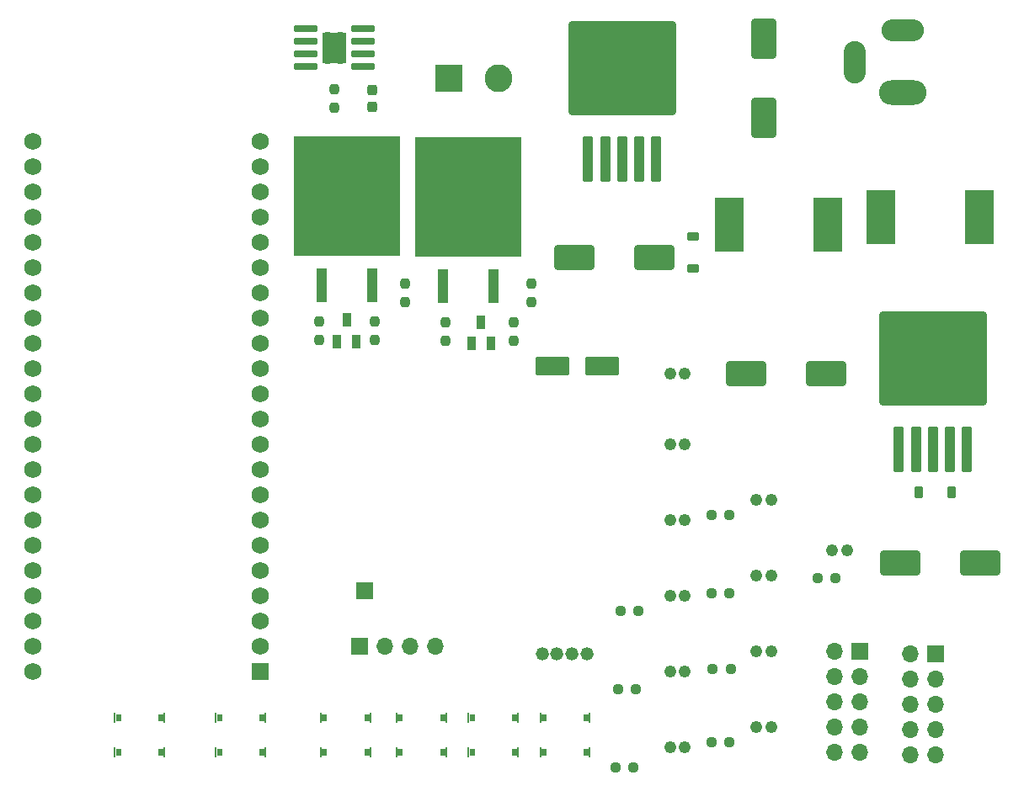
<source format=gbr>
%TF.GenerationSoftware,KiCad,Pcbnew,7.0.10*%
%TF.CreationDate,2024-05-27T10:21:38-04:00*%
%TF.ProjectId,Scout_Board,53636f75-745f-4426-9f61-72642e6b6963,rev?*%
%TF.SameCoordinates,Original*%
%TF.FileFunction,Soldermask,Top*%
%TF.FilePolarity,Negative*%
%FSLAX46Y46*%
G04 Gerber Fmt 4.6, Leading zero omitted, Abs format (unit mm)*
G04 Created by KiCad (PCBNEW 7.0.10) date 2024-05-27 10:21:38*
%MOMM*%
%LPD*%
G01*
G04 APERTURE LIST*
G04 Aperture macros list*
%AMRoundRect*
0 Rectangle with rounded corners*
0 $1 Rounding radius*
0 $2 $3 $4 $5 $6 $7 $8 $9 X,Y pos of 4 corners*
0 Add a 4 corners polygon primitive as box body*
4,1,4,$2,$3,$4,$5,$6,$7,$8,$9,$2,$3,0*
0 Add four circle primitives for the rounded corners*
1,1,$1+$1,$2,$3*
1,1,$1+$1,$4,$5*
1,1,$1+$1,$6,$7*
1,1,$1+$1,$8,$9*
0 Add four rect primitives between the rounded corners*
20,1,$1+$1,$2,$3,$4,$5,0*
20,1,$1+$1,$4,$5,$6,$7,0*
20,1,$1+$1,$6,$7,$8,$9,0*
20,1,$1+$1,$8,$9,$2,$3,0*%
G04 Aperture macros list end*
%ADD10R,1.041400X3.505200*%
%ADD11R,10.718800X12.014200*%
%ADD12C,1.244600*%
%ADD13RoundRect,0.250000X0.300000X-2.050000X0.300000X2.050000X-0.300000X2.050000X-0.300000X-2.050000X0*%
%ADD14RoundRect,0.250002X5.149998X-4.449998X5.149998X4.449998X-5.149998X4.449998X-5.149998X-4.449998X0*%
%ADD15RoundRect,0.237500X0.237500X-0.250000X0.237500X0.250000X-0.237500X0.250000X-0.237500X-0.250000X0*%
%ADD16RoundRect,0.237500X0.250000X0.237500X-0.250000X0.237500X-0.250000X-0.237500X0.250000X-0.237500X0*%
%ADD17R,1.700000X1.700000*%
%ADD18O,1.700000X1.700000*%
%ADD19RoundRect,0.237500X-0.237500X0.250000X-0.237500X-0.250000X0.237500X-0.250000X0.237500X0.250000X0*%
%ADD20RoundRect,0.102000X0.765000X0.765000X-0.765000X0.765000X-0.765000X-0.765000X0.765000X-0.765000X0*%
%ADD21C,1.734000*%
%ADD22RoundRect,0.225000X-0.375000X0.225000X-0.375000X-0.225000X0.375000X-0.225000X0.375000X0.225000X0*%
%ADD23RoundRect,0.100500X0.301500X-0.616500X0.301500X0.616500X-0.301500X0.616500X-0.301500X-0.616500X0*%
%ADD24RoundRect,0.102000X-1.600000X-0.800000X1.600000X-0.800000X1.600000X0.800000X-1.600000X0.800000X0*%
%ADD25R,0.200000X1.100000*%
%ADD26R,0.500000X0.700000*%
%ADD27RoundRect,0.250000X-1.750000X-1.000000X1.750000X-1.000000X1.750000X1.000000X-1.750000X1.000000X0*%
%ADD28R,2.800000X2.800000*%
%ADD29C,2.800000*%
%ADD30R,2.900000X5.400000*%
%ADD31C,1.320800*%
%ADD32O,4.764000X2.484000*%
%ADD33O,2.229000X4.254000*%
%ADD34O,4.254000X2.229000*%
%ADD35RoundRect,0.250000X1.000000X-1.750000X1.000000X1.750000X-1.000000X1.750000X-1.000000X-1.750000X0*%
%ADD36R,2.400000X3.100000*%
%ADD37RoundRect,0.070000X-1.100000X-0.250000X1.100000X-0.250000X1.100000X0.250000X-1.100000X0.250000X0*%
%ADD38C,0.770000*%
%ADD39RoundRect,0.225000X-0.225000X-0.375000X0.225000X-0.375000X0.225000X0.375000X-0.225000X0.375000X0*%
%ADD40RoundRect,0.237500X-0.237500X0.300000X-0.237500X-0.300000X0.237500X-0.300000X0.237500X0.300000X0*%
G04 APERTURE END LIST*
D10*
%TO.C,MOSFET1*%
X180340000Y-118224300D03*
D11*
X182880000Y-109220000D03*
D10*
X185420000Y-118224300D03*
%TD*%
D12*
%TO.C,Conn11*%
X211859999Y-147320000D03*
X213360000Y-147320000D03*
%TD*%
D13*
%TO.C,U4*%
X226216000Y-134650000D03*
X227916000Y-134650000D03*
X229616000Y-134650000D03*
D14*
X229616000Y-125500000D03*
D13*
X231316000Y-134650000D03*
X233016000Y-134650000D03*
%TD*%
%TO.C,U3*%
X194974000Y-105440000D03*
X196674000Y-105440000D03*
X198374000Y-105440000D03*
D14*
X198374000Y-96290000D03*
D13*
X200074000Y-105440000D03*
X201774000Y-105440000D03*
%TD*%
D15*
%TO.C,R5*%
X189230000Y-119784500D03*
X189230000Y-117959500D03*
%TD*%
D12*
%TO.C,Conn12*%
X211859999Y-139700000D03*
X213360000Y-139700000D03*
%TD*%
D16*
%TO.C,R7*%
X219860500Y-147574000D03*
X218035500Y-147574000D03*
%TD*%
D17*
%TO.C,J6*%
X222270000Y-154970000D03*
D18*
X219730000Y-154970000D03*
X222270000Y-157510000D03*
X219730000Y-157510000D03*
X222270000Y-160050000D03*
X219730000Y-160050000D03*
X222270000Y-162590000D03*
X219730000Y-162590000D03*
X222270000Y-165130000D03*
X219730000Y-165130000D03*
%TD*%
D19*
%TO.C,R10*%
X173482000Y-121769500D03*
X173482000Y-123594500D03*
%TD*%
D20*
%TO.C,U2*%
X162014500Y-156970000D03*
D21*
X162014500Y-154430000D03*
X162014500Y-151890000D03*
X162014500Y-149350000D03*
X162014500Y-146810000D03*
X162014500Y-144270000D03*
X162014500Y-141730000D03*
X162014500Y-139190000D03*
X162014500Y-136650000D03*
X162014500Y-134110000D03*
X162014500Y-131570000D03*
X162014500Y-129030000D03*
X162014500Y-126490000D03*
X162014500Y-123950000D03*
X162014500Y-121410000D03*
X162014500Y-118870000D03*
X162014500Y-116330000D03*
X162014500Y-113790000D03*
X162014500Y-111250000D03*
X162014500Y-108710000D03*
X162014500Y-106170000D03*
X162014500Y-103630000D03*
X139154500Y-156970000D03*
X139154500Y-154430000D03*
X139154500Y-151890000D03*
X139154500Y-149350000D03*
X139154500Y-146810000D03*
X139154500Y-144270000D03*
X139154500Y-141730000D03*
X139154500Y-139190000D03*
X139154500Y-136650000D03*
X139154500Y-134110000D03*
X139154500Y-131570000D03*
X139154500Y-129030000D03*
X139154500Y-126490000D03*
X139154500Y-123950000D03*
X139154500Y-121410000D03*
X139154500Y-118870000D03*
X139154500Y-116330000D03*
X139154500Y-113790000D03*
X139154500Y-111250000D03*
X139154500Y-108710000D03*
X139154500Y-106170000D03*
X139154500Y-103630000D03*
%TD*%
D16*
%TO.C,R14*%
X209192500Y-149098000D03*
X207367500Y-149098000D03*
%TD*%
D17*
%TO.C,J5*%
X229870000Y-155194000D03*
D18*
X227330000Y-155194000D03*
X229870000Y-157734000D03*
X227330000Y-157734000D03*
X229870000Y-160274000D03*
X227330000Y-160274000D03*
X229870000Y-162814000D03*
X227330000Y-162814000D03*
X229870000Y-165354000D03*
X227330000Y-165354000D03*
%TD*%
D12*
%TO.C,Conn10*%
X211859999Y-154940000D03*
X213360000Y-154940000D03*
%TD*%
%TO.C,Conn4*%
X203200000Y-134088001D03*
X204700001Y-134088001D03*
%TD*%
D22*
%TO.C,D1*%
X205486000Y-113158000D03*
X205486000Y-116458000D03*
%TD*%
D16*
%TO.C,R2*%
X199540500Y-166624000D03*
X197715500Y-166624000D03*
%TD*%
D12*
%TO.C,Conn9*%
X211859999Y-162560000D03*
X213360000Y-162560000D03*
%TD*%
D23*
%TO.C,Q1*%
X183266000Y-123952000D03*
X185166000Y-123952000D03*
X184216000Y-121832000D03*
%TD*%
D24*
%TO.C,C2*%
X191342000Y-126238000D03*
X196342000Y-126238000D03*
%TD*%
D17*
%TO.C,J1*%
X172466000Y-148844000D03*
%TD*%
D25*
%TO.C,S2*%
X157545000Y-161600000D03*
D26*
X157895000Y-161600000D03*
X162145000Y-161600000D03*
D25*
X162495000Y-161600000D03*
X157545000Y-165100000D03*
D26*
X157895000Y-165100000D03*
X162145000Y-165100000D03*
D25*
X162495000Y-165100000D03*
%TD*%
%TO.C,S3*%
X168120000Y-161600000D03*
D26*
X168470000Y-161600000D03*
X172720000Y-161600000D03*
D25*
X173070000Y-161600000D03*
X168120000Y-165100000D03*
D26*
X168470000Y-165100000D03*
X172720000Y-165100000D03*
D25*
X173070000Y-165100000D03*
%TD*%
D16*
%TO.C,R13*%
X209296000Y-156718000D03*
X207471000Y-156718000D03*
%TD*%
D12*
%TO.C,Conn1*%
X203200000Y-127000000D03*
X204700001Y-127000000D03*
%TD*%
D25*
%TO.C,S1*%
X147385000Y-161600000D03*
D26*
X147735000Y-161600000D03*
X151985000Y-161600000D03*
D25*
X152335000Y-161600000D03*
X147385000Y-165100000D03*
D26*
X147735000Y-165100000D03*
X151985000Y-165100000D03*
D25*
X152335000Y-165100000D03*
%TD*%
D23*
%TO.C,Q2*%
X169738000Y-123742000D03*
X171638000Y-123742000D03*
X170688000Y-121622000D03*
%TD*%
D12*
%TO.C,Conn6*%
X203200000Y-149328001D03*
X204700001Y-149328001D03*
%TD*%
D16*
%TO.C,R3*%
X199794500Y-158750000D03*
X197969500Y-158750000D03*
%TD*%
D27*
%TO.C,C6*%
X210884000Y-127000000D03*
X218884000Y-127000000D03*
%TD*%
D15*
%TO.C,R6*%
X176530000Y-119784500D03*
X176530000Y-117959500D03*
%TD*%
D16*
%TO.C,R12*%
X209192500Y-164084000D03*
X207367500Y-164084000D03*
%TD*%
D27*
%TO.C,C3*%
X193612000Y-115316000D03*
X201612000Y-115316000D03*
%TD*%
D25*
%TO.C,S5*%
X182945000Y-161600000D03*
D26*
X183295000Y-161600000D03*
X187545000Y-161600000D03*
D25*
X187895000Y-161600000D03*
X182945000Y-165100000D03*
D26*
X183295000Y-165100000D03*
X187545000Y-165100000D03*
D25*
X187895000Y-165100000D03*
%TD*%
D28*
%TO.C,J4*%
X180928000Y-97282000D03*
D29*
X185928000Y-97282000D03*
%TD*%
D30*
%TO.C,L1*%
X209172000Y-112014000D03*
X219072000Y-112014000D03*
%TD*%
D31*
%TO.C,Conn7*%
X194818000Y-155194000D03*
X193318001Y-155194000D03*
X191817999Y-155194000D03*
X190317999Y-155194000D03*
%TD*%
D15*
%TO.C,R9*%
X187452000Y-123698000D03*
X187452000Y-121873000D03*
%TD*%
D12*
%TO.C,Conn8*%
X219479999Y-144780000D03*
X220980000Y-144780000D03*
%TD*%
D27*
%TO.C,C5*%
X226378000Y-146050000D03*
X234378000Y-146050000D03*
%TD*%
D25*
%TO.C,S6*%
X190150000Y-161600000D03*
D26*
X190500000Y-161600000D03*
X194750000Y-161600000D03*
D25*
X195100000Y-161600000D03*
X190150000Y-165100000D03*
D26*
X190500000Y-165100000D03*
X194750000Y-165100000D03*
D25*
X195100000Y-165100000D03*
%TD*%
D17*
%TO.C,J2*%
X171958000Y-154432000D03*
D18*
X174498000Y-154432000D03*
X177038000Y-154432000D03*
X179578000Y-154432000D03*
%TD*%
D12*
%TO.C,Conn2*%
X203200000Y-164568001D03*
X204700001Y-164568001D03*
%TD*%
D25*
%TO.C,S4*%
X175740000Y-161600000D03*
D26*
X176090000Y-161600000D03*
X180340000Y-161600000D03*
D25*
X180690000Y-161600000D03*
X175740000Y-165100000D03*
D26*
X176090000Y-165100000D03*
X180340000Y-165100000D03*
D25*
X180690000Y-165100000D03*
%TD*%
D19*
%TO.C,R1*%
X169418000Y-98401500D03*
X169418000Y-100226500D03*
%TD*%
D32*
%TO.C,J3*%
X226568000Y-98706000D03*
D33*
X221768000Y-95706000D03*
D34*
X226568000Y-92456000D03*
%TD*%
D35*
%TO.C,C4*%
X212598000Y-101282000D03*
X212598000Y-93282000D03*
%TD*%
D15*
%TO.C,R11*%
X167894000Y-123594500D03*
X167894000Y-121769500D03*
%TD*%
D12*
%TO.C,Conn3*%
X203200000Y-156948001D03*
X204700001Y-156948001D03*
%TD*%
D36*
%TO.C,U1*%
X169418000Y-94234000D03*
D37*
X166543000Y-92329000D03*
X166543000Y-93599000D03*
X166543000Y-94869000D03*
X166543000Y-96139000D03*
X172293000Y-96139000D03*
X172293000Y-94869000D03*
X172293000Y-93599000D03*
X172293000Y-92329000D03*
D38*
X168768000Y-92934000D03*
X168768000Y-94234000D03*
X168768000Y-95534000D03*
X170068000Y-92934000D03*
X170068000Y-94234000D03*
X170068000Y-95534000D03*
%TD*%
D39*
%TO.C,D2*%
X228220000Y-138938000D03*
X231520000Y-138938000D03*
%TD*%
D12*
%TO.C,Conn5*%
X203200000Y-141708001D03*
X204700001Y-141708001D03*
%TD*%
D40*
%TO.C,C1*%
X173228000Y-98451500D03*
X173228000Y-100176500D03*
%TD*%
D30*
%TO.C,L2*%
X224412000Y-111252000D03*
X234312000Y-111252000D03*
%TD*%
D16*
%TO.C,R4*%
X200048500Y-150876000D03*
X198223500Y-150876000D03*
%TD*%
D10*
%TO.C,MOSFET2*%
X168148000Y-118135400D03*
D11*
X170688000Y-109131100D03*
D10*
X173228000Y-118135400D03*
%TD*%
D16*
%TO.C,R15*%
X209192500Y-141224000D03*
X207367500Y-141224000D03*
%TD*%
D15*
%TO.C,R8*%
X180594000Y-123698000D03*
X180594000Y-121873000D03*
%TD*%
M02*

</source>
